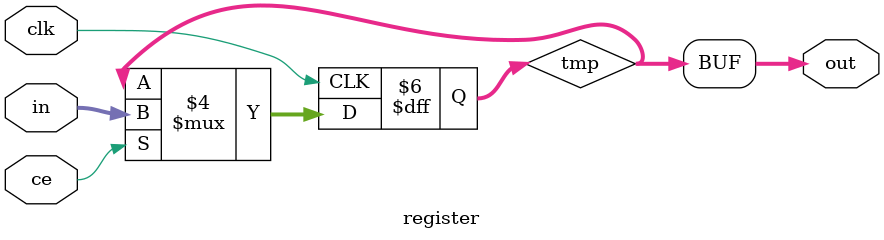
<source format=v>
`timescale 1ns / 1ps


module register(
    input clk,
    input ce,
    input [7:0]in,
    output [7:0]out
);

reg [7:0]tmp = 0;

always @(posedge clk)
begin
    if (ce) tmp <= in;
    else tmp <= tmp;
end

assign out = tmp;

endmodule

</source>
